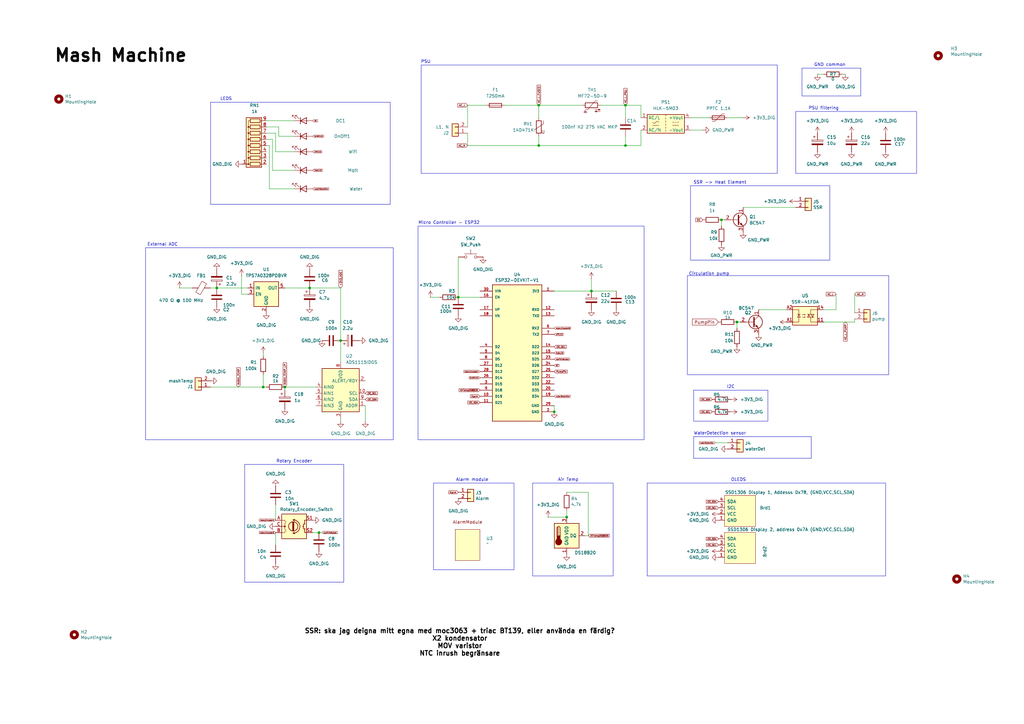
<source format=kicad_sch>
(kicad_sch (version 20250114) (generator "eeschema") (generator_version "9.0")
  (paper "A3")
  (title_block (title "MashMashine - Emil Andréasson") (date "2025-12-20"))
  (rectangle (start 100.33 190.5) (end 140.97 238.76))
  (rectangle (start 171.45 92.71) (end 264.16 180.34))
  (rectangle (start 328.93 27.94) (end 353.06 39.37))
  (rectangle (start 283.21 76.2) (end 340.36 106.68))
  (rectangle (start 218.44 198.12) (end 251.46 236.22))
  (rectangle (start 86.36 41.91) (end 160.02 83.82))
  (rectangle (start 284.48 160.02) (end 314.96 172.72))
  (rectangle (start 281.94 113.03) (end 364.49 153.67))
  (rectangle (start 59.69 101.6) (end 161.29 180.34))
  (rectangle (start 284.48 179.07) (end 332.74 187.96))
  (rectangle (start 177.8 198.12) (end 210.82 233.68))
  (rectangle (start 326.39 45.72) (end 375.92 71.12))
  (rectangle (start 172.72 26.67) (end 318.77 71.12))
  (rectangle (start 265.43 198.12) (end 363.22 236.22))
  (text "External ADC" (at 66.675 100.33 0) (effects (font (size 1.27 1.27))))
  (text "LEDS\n" (at 92.71 40.64 0) (effects (font (size 1.27 1.27))))
  (text "GND common" (at 340.36 26.67 0) (effects (font (size 1.27 1.27))))
  (text "Rotary Encoder" (at 120.65 189.23 0) (effects (font (size 1.27 1.27))))
  (text "OLEDS" (at 302.895 196.85 0) (effects (font (size 1.27 1.27))))
  (text "Micro Controller - ESP32" (at 184.15 91.44 0) (effects (font (size 1.27 1.27))))
  (text "Circulation pump\n" (at 290.83 112.395 0) (effects (font (size 1.27 1.27))))
  (text "SSR -> Heat Element" (at 295.275 74.93 0) (effects (font (size 1.27 1.27))))
  (text "Alarm module" (at 193.675 196.85 0) (effects (font (size 1.27 1.27))))
  (text "Air Temp" (at 233.045 196.85 0) (effects (font (size 1.27 1.27))))
  (text "Mash Machine" (at 49.53 22.86 0) (effects (font (size 5.08 5.08) (thickness 1.016) (bold yes))))
  (text "PSU filtering" (at 337.82 44.45 0) (effects (font (size 1.27 1.27))))
  (text "SSR: ska jag deigna mitt egna med moc3063 + triac BT139, eller använda en färdig?\nX2 kondensator\nMOV varistor\nNTC inrush begränsare\n" (at 188.595 263.525 0) (effects (font (size 1.905 1.905) (thickness 0.381) (bold yes))))
  (text "PSU" (at 174.625 25.4 0) (effects (font (size 1.27 1.27))))
  (text "WaterDetection sensor" (at 295.275 177.8 0) (effects (font (size 1.27 1.27))))
  (text "I2C" (at 299.72 158.75 0) (effects (font (size 1.27 1.27))))
  (junction (at 88.9 118.11))
  (junction (at 107.95 158.75))
  (junction (at 242.57 119.38))
  (junction (at 302.26 132.08))
  (junction (at 227.33 168.91))
  (junction (at 256.54 59.69))
  (junction (at 116.84 158.75))
  (junction (at 295.91 90.17))
  (junction (at 220.98 43.18))
  (junction (at 139.7 139.7))
  (junction (at 256.54 43.18))
  (junction (at 232.41 212.09))
  (junction (at 130.81 218.44))
  (junction (at 127 118.11))
  (junction (at 220.98 59.69))
  (junction (at 187.96 121.92))
  (wire (pts (xy 227.33 168.91) (xy 227.33 166.37)))
  (wire (pts (xy 107.95 144.78) (xy 107.95 146.05)))
  (wire (pts (xy 130.81 218.44) (xy 128.27 218.44)))
  (wire (pts (xy 242.57 119.38) (xy 227.33 119.38)))
  (wire (pts (xy 127 118.11) (xy 139.7 118.11)))
  (wire (pts (xy 350.52 132.08) (xy 350.52 130.81)))
  (wire (pts (xy 111.76 69.85) (xy 120.65 69.85)))
  (wire (pts (xy 220.98 43.18) (xy 238.76 43.18)))
  (wire (pts (xy 107.95 153.67) (xy 107.95 158.75)))
  (wire (pts (xy 241.3 219.71) (xy 240.03 219.71)))
  (wire (pts (xy 302.26 132.08) (xy 302.26 134.62)))
  (wire (pts (xy 232.41 209.55) (xy 232.41 212.09)))
  (wire (pts (xy 113.03 54.61) (xy 109.22 54.61)))
  (wire (pts (xy 342.9 120.65) (xy 342.9 127)))
  (wire (pts (xy 295.91 90.17) (xy 297.18 90.17)))
  (wire (pts (xy 88.9 118.11) (xy 86.36 118.11)))
  (wire (pts (xy 139.7 172.72) (xy 139.7 171.45)))
  (wire (pts (xy 311.15 127) (xy 322.58 127)))
  (wire (pts (xy 110.49 77.47) (xy 110.49 59.69)))
  (wire (pts (xy 176.53 121.92) (xy 180.34 121.92)))
  (wire (pts (xy 298.45 48.26) (xy 304.8 48.26)))
  (wire (pts (xy 86.36 158.75) (xy 107.95 158.75)))
  (wire (pts (xy 242.57 119.38) (xy 252.73 119.38)))
  (wire (pts (xy 304.8 85.09) (xy 326.39 85.09)))
  (wire (pts (xy 132.08 218.44) (xy 130.81 218.44)))
  (wire (pts (xy 114.3 52.07) (xy 114.3 55.88)))
  (wire (pts (xy 99.06 120.65) (xy 101.6 120.65)))
  (wire (pts (xy 99.06 113.03) (xy 99.06 120.65)))
  (wire (pts (xy 335.28 30.48) (xy 337.82 30.48)))
  (wire (pts (xy 232.41 201.93) (xy 241.3 201.93)))
  (wire (pts (xy 111.76 57.15) (xy 111.76 69.85)))
  (wire (pts (xy 73.66 118.11) (xy 78.74 118.11)))
  (wire (pts (xy 256.54 43.18) (xy 256.54 48.26)))
  (wire (pts (xy 116.84 158.75) (xy 116.84 160.02)))
  (wire (pts (xy 345.44 30.48) (xy 346.71 30.48)))
  (wire (pts (xy 293.37 181.61) (xy 298.45 181.61)))
  (wire (pts (xy 191.77 54.61) (xy 191.77 59.69)))
  (wire (pts (xy 187.96 121.92) (xy 196.85 121.92)))
  (wire (pts (xy 262.89 53.34) (xy 262.89 59.69)))
  (wire (pts (xy 220.98 48.26) (xy 220.98 43.18)))
  (wire (pts (xy 241.3 201.93) (xy 241.3 219.71)))
  (wire (pts (xy 246.38 43.18) (xy 256.54 43.18)))
  (wire (pts (xy 283.21 48.26) (xy 290.83 48.26)))
  (wire (pts (xy 113.03 62.23) (xy 113.03 54.61)))
  (wire (pts (xy 191.77 43.18) (xy 191.77 52.07)))
  (wire (pts (xy 109.22 57.15) (xy 111.76 57.15)))
  (wire (pts (xy 110.49 59.69) (xy 109.22 59.69)))
  (wire (pts (xy 350.52 120.65) (xy 350.52 128.27)))
  (wire (pts (xy 114.3 55.88) (xy 120.65 55.88)))
  (wire (pts (xy 199.39 43.18) (xy 191.77 43.18)))
  (wire (pts (xy 220.98 55.88) (xy 220.98 59.69)))
  (wire (pts (xy 256.54 55.88) (xy 256.54 59.69)))
  (wire (pts (xy 109.22 49.53) (xy 120.65 49.53)))
  (wire (pts (xy 342.9 127) (xy 337.82 127)))
  (wire (pts (xy 116.84 118.11) (xy 127 118.11)))
  (wire (pts (xy 149.86 166.37) (xy 149.86 172.72)))
  (wire (pts (xy 139.7 118.11) (xy 139.7 139.7)))
  (wire (pts (xy 113.03 218.44) (xy 113.03 223.52)))
  (wire (pts (xy 220.98 59.69) (xy 191.77 59.69)))
  (wire (pts (xy 187.96 105.41) (xy 187.96 121.92)))
  (wire (pts (xy 139.7 139.7) (xy 139.7 148.59)))
  (wire (pts (xy 113.03 207.01) (xy 113.03 213.36)))
  (wire (pts (xy 110.49 77.47) (xy 120.65 77.47)))
  (wire (pts (xy 262.89 43.18) (xy 256.54 43.18)))
  (wire (pts (xy 302.26 132.08) (xy 303.53 132.08)))
  (wire (pts (xy 116.84 158.75) (xy 129.54 158.75)))
  (wire (pts (xy 220.98 59.69) (xy 256.54 59.69)))
  (wire (pts (xy 224.79 212.09) (xy 232.41 212.09)))
  (wire (pts (xy 88.9 118.11) (xy 101.6 118.11)))
  (wire (pts (xy 242.57 114.3) (xy 242.57 119.38)))
  (wire (pts (xy 113.03 62.23) (xy 120.65 62.23)))
  (wire (pts (xy 295.91 90.17) (xy 295.91 92.71)))
  (wire (pts (xy 262.89 59.69) (xy 256.54 59.69)))
  (wire (pts (xy 337.82 132.08) (xy 350.52 132.08)))
  (wire (pts (xy 288.29 53.34) (xy 283.21 53.34)))
  (wire (pts (xy 207.01 43.18) (xy 220.98 43.18)))
  (wire (pts (xy 107.95 158.75) (xy 109.22 158.75)))
  (wire (pts (xy 262.89 43.18) (xy 262.89 48.26)))
  (wire (pts (xy 109.22 52.07) (xy 114.3 52.07)))
  (global_label "OnOffLED" (shape input) (at 128.27 55.88 0) (effects (font (size 0.508 0.508))) (property "Intersheetrefs" "${INTERSHEET_REFS}" (effects (hide yes))))
  (global_label "waterDetection" (shape input) (at 128.27 77.47 0) (effects (font (size 0.508 0.508))) (property "Intersheetrefs" "${INTERSHEET_REFS}" (effects (hide yes))))
  (global_label "confirmButton" (shape input) (at 132.08 218.44 0) (effects (font (size 0.508 0.508))) (property "Intersheetrefs" "${INTERSHEET_REFS}" (effects (hide yes))))
  (global_label "AC_L_PUMP" (shape input) (at 346.71 132.08 270) (effects (font (size 0.762 0.762))) (property "Intersheetrefs" "${INTERSHEET_REFS}" (effects (hide yes))))
  (global_label "DC" (shape input) (at 128.27 49.53 0) (effects (font (size 0.508 0.508))) (property "Intersheetrefs" "${INTERSHEET_REFS}" (effects (hide yes))))
  (global_label "DC" (shape input) (at 288.29 90.17 180) (effects (font (size 0.762 0.762))) (property "Intersheetrefs" "${INTERSHEET_REFS}" (effects (hide yes))))
  (global_label "WifiLED" (shape input) (at 227.33 137.16 0) (effects (font (size 0.508 0.508))) (property "Intersheetrefs" "${INTERSHEET_REFS}" (effects (hide yes))))
  (global_label "MASH_TEMP" (shape input) (at 97.79 158.75 90) (effects (font (size 0.762 0.762))) (property "Intersheetrefs" "${INTERSHEET_REFS}" (effects (hide yes))))
  (global_label "AC_N" (shape input) (at 350.52 120.65 0) (effects (font (size 0.762 0.762))) (property "Intersheetrefs" "${INTERSHEET_REFS}" (effects (hide yes))))
  (global_label "AC_L_PSU" (shape input) (at 256.54 43.18 90) (effects (font (size 0.762 0.762))) (property "Intersheetrefs" "${INTERSHEET_REFS}" (effects (hide yes))))
  (global_label "DC" (shape input) (at 227.33 149.86 0) (effects (font (size 0.508 0.508))) (property "Intersheetrefs" "${INTERSHEET_REFS}" (effects (hide yes))))
  (global_label "WifiLED" (shape input) (at 128.27 62.23 0) (effects (font (size 0.508 0.508))) (property "Intersheetrefs" "${INTERSHEET_REFS}" (effects (hide yes))))
  (global_label "I2C_SCL" (shape input) (at 227.33 142.24 0) (effects (font (size 0.635 0.635))) (property "Intersheetrefs" "${INTERSHEET_REFS}" (effects (hide yes))))
  (global_label "I2C_SDA" (shape input) (at 149.86 163.83 0) (effects (font (size 0.635 0.635))) (property "Intersheetrefs" "${INTERSHEET_REFS}" (effects (hide yes))))
  (global_label "MqttLED" (shape input) (at 227.33 144.78 0) (effects (font (size 0.508 0.508))) (property "Intersheetrefs" "${INTERSHEET_REFS}" (effects (hide yes))))
  (global_label "confirmButton" (shape input) (at 227.33 147.32 0) (effects (font (size 0.508 0.508))) (property "Intersheetrefs" "${INTERSHEET_REFS}" (effects (hide yes))))
  (global_label "I2C_SCL" (shape input) (at 292.1 168.91 180) (effects (font (size 0.635 0.635))) (property "Intersheetrefs" "${INTERSHEET_REFS}" (effects (hide yes))))
  (global_label "rotoryEncoderB" (shape input) (at 113.03 218.44 180) (effects (font (size 0.508 0.508))) (property "Intersheetrefs" "${INTERSHEET_REFS}" (effects (hide yes))))
  (global_label "PumpPin" (shape input) (at 294.64 132.08 180) (property "Intersheetrefs" "${INTERSHEET_REFS}" (effects (hide yes))))
  (global_label "Alarm" (shape input) (at 196.85 162.56 180) (effects (font (size 0.635 0.635))) (property "Intersheetrefs" "${INTERSHEET_REFS}" (effects (hide yes))))
  (global_label "AirTempDS8B20" (shape input) (at 196.85 160.02 180) (effects (font (size 0.635 0.635))) (property "Intersheetrefs" "${INTERSHEET_REFS}" (effects (hide yes))))
  (global_label "AC_N" (shape input) (at 191.77 59.69 180) (effects (font (size 0.762 0.762))) (property "Intersheetrefs" "${INTERSHEET_REFS}" (effects (hide yes))))
  (global_label "+3V3_ADC" (shape input) (at 139.7 118.11 90) (effects (font (size 0.762 0.762))) (property "Intersheetrefs" "${INTERSHEET_REFS}" (effects (hide yes))))
  (global_label "PumpPin" (shape input) (at 227.33 152.4 0) (effects (font (size 0.635 0.635))) (property "Intersheetrefs" "${INTERSHEET_REFS}" (effects (hide yes))))
  (global_label "rotoryEncoderA" (shape input) (at 113.03 213.36 180) (effects (font (size 0.508 0.508))) (property "Intersheetrefs" "${INTERSHEET_REFS}" (effects (hide yes))))
  (global_label "I2C_SCL" (shape input) (at 149.86 161.29 0) (effects (font (size 0.635 0.635))) (property "Intersheetrefs" "${INTERSHEET_REFS}" (effects (hide yes))))
  (global_label "I2C_SCL" (shape input) (at 294.64 223.52 180) (effects (font (size 0.635 0.635))) (property "Intersheetrefs" "${INTERSHEET_REFS}" (effects (hide yes))))
  (global_label "Alarm" (shape input) (at 187.96 201.93 180) (effects (font (size 0.635 0.635))) (property "Intersheetrefs" "${INTERSHEET_REFS}" (effects (hide yes))))
  (global_label "waterDetection" (shape input) (at 227.33 162.56 0) (effects (font (size 0.508 0.508))) (property "Intersheetrefs" "${INTERSHEET_REFS}" (effects (hide yes))))
  (global_label "AC_L" (shape input) (at 342.9 120.65 180) (effects (font (size 0.762 0.762))) (property "Intersheetrefs" "${INTERSHEET_REFS}" (effects (hide yes))))
  (global_label "MASH_TEMP_LP" (shape input) (at 116.84 158.75 90) (effects (font (size 0.762 0.762))) (property "Intersheetrefs" "${INTERSHEET_REFS}" (effects (hide yes))))
  (global_label "AC_L_FUSED" (shape input) (at 220.98 43.18 90) (effects (font (size 0.762 0.762))) (property "Intersheetrefs" "${INTERSHEET_REFS}" (effects (hide yes))))
  (global_label "I2C_SDA" (shape input) (at 292.1 163.83 180) (effects (font (size 0.635 0.635))) (property "Intersheetrefs" "${INTERSHEET_REFS}" (effects (hide yes))))
  (global_label "AirTempDS8B20" (shape input) (at 241.3 219.71 0) (effects (font (size 0.635 0.635))) (property "Intersheetrefs" "${INTERSHEET_REFS}" (effects (hide yes))))
  (global_label "rotoryEncoderA" (shape input) (at 196.85 152.4 180) (effects (font (size 0.508 0.508))) (property "Intersheetrefs" "${INTERSHEET_REFS}" (effects (hide yes))))
  (global_label "waterDetection" (shape input) (at 293.37 181.61 180) (effects (font (size 0.508 0.508))) (property "Intersheetrefs" "${INTERSHEET_REFS}" (effects (hide yes))))
  (global_label "I2C_SDA" (shape input) (at 196.85 165.1 180) (effects (font (size 0.635 0.635))) (property "Intersheetrefs" "${INTERSHEET_REFS}" (effects (hide yes))))
  (global_label "I2C_SCL" (shape input) (at 294.64 208.28 180) (effects (font (size 0.635 0.635))) (property "Intersheetrefs" "${INTERSHEET_REFS}" (effects (hide yes))))
  (global_label "OnOffLED" (shape input) (at 196.85 154.94 180) (effects (font (size 0.508 0.508))) (property "Intersheetrefs" "${INTERSHEET_REFS}" (effects (hide yes))))
  (global_label "I2C_SDA" (shape input) (at 294.64 220.98 180) (effects (font (size 0.635 0.635))) (property "Intersheetrefs" "${INTERSHEET_REFS}" (effects (hide yes))))
  (global_label "I2C_SDA" (shape input) (at 294.64 205.74 180) (effects (font (size 0.635 0.635))) (property "Intersheetrefs" "${INTERSHEET_REFS}" (effects (hide yes))))
  (global_label "AC_L" (shape input) (at 191.77 43.18 180) (effects (font (size 0.762 0.762))) (property "Intersheetrefs" "${INTERSHEET_REFS}" (effects (hide yes))))
  (global_label "rotoryEncoderB" (shape input) (at 227.33 134.62 0) (effects (font (size 0.508 0.508))) (property "Intersheetrefs" "${INTERSHEET_REFS}" (effects (hide yes))))
  (global_label "MqttLED" (shape input) (at 128.27 69.85 0) (effects (font (size 0.508 0.508))) (property "Intersheetrefs" "${INTERSHEET_REFS}" (effects (hide yes))))
  (symbol (lib_id "plant_watner_V2.0-rescue:DS18B20-Sensor_Temperature") (at 232.41 219.71 0) (unit 1)
    (property "Reference" "Air_temp1" (effects (hide yes)))
    (property "Value" "DS18B20" (at 244.475 226.695 0) (effects (justify right)))
    (property "Footprint" "Package_TO_SOT_THT:TO-92L_Inline" (effects (hide yes)))
    (property "Datasheet" "http://datasheets.maximintegrated.com/en/ds/DS18B20.pdf" (effects (hide yes)))
  )
  (symbol (lib_id "MashMachine-rescue:SSD1306-SSD1306-128x64_OLED") (at 303.53 224.79 90) (unit 1)
    (property "Reference" "Brd2" (at 313.69 228.6 0) (effects (justify left)))
    (property "Value" "SSD1306 Display 2, address 0x7A (GND,VCC,SCL,SDA)" (at 350.52 217.17 90) (effects (justify left)))
    (property "Footprint" "SSD1306:ssd1306_1.3''" (effects (hide yes)))
  )
  (symbol (lib_id "Connector_Generic:Conn_01x02") (at 331.47 82.55 0) (unit 1)
    (property "Reference" "J5" (at 333.502 82.7532 0) (effects (justify left)))
    (property "Value" "SSR" (at 333.502 85.0646 0) (effects (justify left)))
    (property "Footprint" "Connector_JST:JST_XH_B2B-XH-AM_1x02_P2.50mm_Vertical" (effects (hide yes)))
  )
  (symbol (lib_id "ESP32-DEVKIT-V1:ESP32-DEVKIT-V1") (at 212.09 144.78 0) (unit 1)
    (property "Reference" "U4" (at 212.09 112.5982 0))
    (property "Value" "ESP32-DEVKIT-V1" (at 212.09 114.9096 0))
    (property "Footprint" "ESP32_DEVKIT_V1:ESP32_DEVKIT_V1" (effects (hide yes)))
    (property "Description" "\\nDual core, Wi-Fi: 2.4 GHz up to 150 Mbits/s,BLE (Bluetooth Low Energy) and legacy Bluetooth, 32 bits, Up to 240 MHz\\n" (effects (hide yes)))
    (property "MF" "Do it" (effects (hide yes)))
    (property "MAXIMUM_PACKAGE_HEIGHT" "6.8 mm" (effects (hide yes)))
    (property "Package" "None" (effects (hide yes)))
    (property "Price" "None" (effects (hide yes)))
    (property "Check_prices" "https://www.snapeda.com/parts/ESP32-DEVKIT-V1/Do+it/view-part/?ref=eda" (effects (hide yes)))
    (property "STANDARD" "Manufacturer Recommendations" (effects (hide yes)))
    (property "PARTREV" "N/A" (effects (hide yes)))
    (property "SnapEDA_Link" "https://www.snapeda.com/parts/ESP32-DEVKIT-V1/Do+it/view-part/?ref=snap" (effects (hide yes)))
    (property "MP" "ESP32-DEVKIT-V1" (effects (hide yes)))
    (property "Availability" "Not in stock" (effects (hide yes)))
    (property "MANUFACTURER" "DOIT" (effects (hide yes)))
  )
  (symbol (lib_id "Device:LED") (at 124.46 49.53 0) (mirror x) (unit 1)
    (property "Reference" "DC1" (at 139.7 49.53 0))
    (property "Value" "DC" (effects (hide yes)))
    (property "Footprint" "LED_THT:LED_D3.0mm" (effects (hide yes)))
  )
  (symbol (lib_id "MashMachine-rescue:SSD1306-SSD1306-128x64_OLED") (at 303.53 209.55 90) (unit 1)
    (property "Reference" "Brd1" (at 316.23 208.28 90) (effects (justify left)))
    (property "Value" "SSD1306 Display 1, Addesss 0x78, (GND,VCC,SCL,SDA)" (at 350.52 201.93 90) (effects (justify left)))
    (property "Footprint" "SSD1306:ssd1306_1.3''" (effects (hide yes)))
  )
  (symbol (lib_id "MashMachine-rescue:Rotary_Encoder_Switch-Device") (at 120.65 215.9 0) (unit 1)
    (property "Reference" "SW1" (at 120.65 206.5782 0))
    (property "Value" "Rotary_Encoder_Switch" (at 125.73 208.915 0))
    (property "Footprint" "Rotary_Encoder:RotaryEncoder_Alps_EC11E-Switch_Vertical_H20mm" (effects (hide yes)))
  )
  (symbol (lib_id "Mechanical:MountingHole") (at 24.13 40.64 0) (unit 1)
    (property "Reference" "H1" (at 26.67 39.4716 0) (effects (justify left)))
    (property "Value" "MountingHole" (at 26.67 41.783 0) (effects (justify left)))
    (property "Footprint" "MountingHole:MountingHole_3.2mm_M3_DIN965_Pad" (effects (hide yes)))
  )
  (symbol (lib_id "Mechanical:MountingHole") (at 384.81 22.86 0) (unit 1)
    (property "Reference" "H3" (at 389.89 19.9136 0) (effects (justify left)))
    (property "Value" "MountingHole" (at 389.89 22.225 0) (effects (justify left)))
    (property "Footprint" "MountingHole:MountingHole_3.2mm_M3_DIN965_Pad" (effects (hide yes)))
  )
  (symbol (lib_id "Mechanical:MountingHole") (at 30.48 260.35 0) (unit 1)
    (property "Reference" "H2" (at 33.02 259.1816 0) (effects (justify left)))
    (property "Value" "MountingHole" (at 33.02 261.493 0) (effects (justify left)))
    (property "Footprint" "MountingHole:MountingHole_3.2mm_M3_DIN965_Pad" (effects (hide yes)))
  )
  (symbol (lib_id "Mechanical:MountingHole") (at 392.43 237.49 0) (unit 1)
    (property "Reference" "H4" (at 394.97 236.3216 0) (effects (justify left)))
    (property "Value" "MountingHole" (at 394.97 238.633 0) (effects (justify left)))
    (property "Footprint" "MountingHole:MountingHole_3.2mm_M3_DIN965_Pad" (effects (hide yes)))
  )
  (symbol (lib_id "power:GND") (at 335.28 30.48 0) (unit 1)
    (property "Reference" "#PWR048" (effects (hide yes)))
    (property "Value" "GND_PWR" (at 335.28 35.56 0))
    (property "Description" "Power symbol creates a global label with name \"GND\" , ground" (effects (hide yes)))
  )
  (symbol (lib_id "power:+3.3V") (at 335.28 54.61 0) (unit 1)
    (property "Reference" "#PWR041" (effects (hide yes)))
    (property "Value" "+3V3_DIG" (at 335.28 49.53 0))
    (property "Description" "Power symbol creates a global label with name \"+3.3V\"" (effects (hide yes)))
  )
  (symbol (lib_id "power:GND") (at 349.25 62.23 0) (unit 1)
    (property "Reference" "#PWR044" (effects (hide yes)))
    (property "Value" "GND_PWR" (at 349.25 67.31 0))
    (property "Description" "Power symbol creates a global label with name \"GND\" , ground" (effects (hide yes)))
  )
  (symbol (lib_id "Device:C") (at 113.03 227.33 0) (unit 1)
    (property "Reference" "C4" (at 109.22 228.6001 0) (effects (justify right)))
    (property "Value" "10n" (at 109.22 226.0601 0) (effects (justify right)))
    (property "Footprint" "Capacitor_THT:C_Disc_D3.0mm_W1.6mm_P2.50mm" (effects (hide yes)))
    (property "Description" "Unpolarized capacitor" (effects (hide yes)))
  )
  (symbol (lib_id "power:+3.3V") (at 299.72 168.91 270) (unit 1)
    (property "Reference" "#PWR038" (effects (hide yes)))
    (property "Value" "+3V3_DIG" (at 303.53 168.9099 90) (effects (justify left)))
    (property "Description" "Power symbol creates a global label with name \"+3.3V\"" (effects (hide yes)))
  )
  (symbol (lib_id "power:GND") (at 149.86 172.72 0) (unit 1)
    (property "Reference" "#PWR036" (effects (hide yes)))
    (property "Value" "GND_DIG" (at 149.86 177.8 0))
    (property "Description" "Power symbol creates a global label with name \"GND\" , ground" (effects (hide yes)))
  )
  (symbol (lib_id "Device:R_Network08") (at 104.14 57.15 90) (unit 1)
    (property "Reference" "RN1" (at 104.394 43.18 90))
    (property "Value" "1k" (at 104.394 45.72 90))
    (property "Footprint" "Resistor_THT:R_Array_SIP9" (effects (hide yes)))
    (property "Datasheet" "http://www.vishay.com/docs/31509/csc.pdf" (effects (hide yes)))
    (property "Description" "8 resistor network, star topology, bussed resistors, small symbol" (effects (hide yes)))
  )
  (symbol (lib_id "power:GND") (at 109.22 128.27 0) (unit 1)
    (property "Reference" "#PWR08" (effects (hide yes)))
    (property "Value" "GND_DIG" (at 109.22 133.35 0))
    (property "Description" "Power symbol creates a global label with name \"GND\" , ground" (effects (hide yes)))
  )
  (symbol (lib_id "Connector_Generic:Conn_01x02") (at 186.69 54.61 180) (unit 1)
    (property "Reference" "J2" (at 184.15 54.6101 0) (effects (justify left)))
    (property "Value" "L1, N" (at 184.15 52.0701 0) (effects (justify left)))
    (property "Footprint" "TerminalBlock_RND:TerminalBlock_RND_205-00287_1x02_P5.08mm_Horizontal" (effects (hide yes)))
    (property "Description" "Generic connector, single row, 01x02, script generated (kicad-library-utils/schlib/autogen/connector/)" (effects (hide yes)))
  )
  (symbol (lib_id "Device:C_Polarized") (at 116.84 163.83 0) (unit 1)
    (property "Reference" "C18" (at 120.65 161.6709 0) (effects (justify left)))
    (property "Value" "1u" (at 120.65 164.2109 0) (effects (justify left)))
    (property "Footprint" "Capacitor_THT:CP_Radial_D4.0mm_P2.00mm" (effects (hide yes)))
    (property "Description" "Polarized capacitor" (effects (hide yes)))
  )
  (symbol (lib_id "Connector_Generic:Conn_01x02") (at 303.53 181.61 0) (unit 1)
    (property "Reference" "J4" (at 305.562 181.8132 0) (effects (justify left)))
    (property "Value" "waterDet" (at 305.562 184.1246 0) (effects (justify left)))
    (property "Footprint" "Connector_JST:JST_XH_B2B-XH-AM_1x02_P2.50mm_Vertical" (effects (hide yes)))
  )
  (symbol (lib_id "Device:LED") (at 124.46 55.88 0) (mirror x) (unit 1)
    (property "Reference" "OnOff1" (at 140.335 55.88 0))
    (property "Value" "On" (effects (hide yes)))
    (property "Footprint" "LED_THT:LED_D3.0mm" (effects (hide yes)))
  )
  (symbol (lib_id "power:GND") (at 127 125.73 0) (unit 1)
    (property "Reference" "#PWR014" (effects (hide yes)))
    (property "Value" "GND_DIG" (at 127 130.81 0))
    (property "Description" "Power symbol creates a global label with name \"GND\" , ground" (effects (hide yes)))
  )
  (symbol (lib_id "Device:C") (at 88.9 121.92 0) (unit 1)
    (property "Reference" "C2" (at 91.44 127 0) (effects (justify left)))
    (property "Value" "100n" (at 91.44 125.095 0) (effects (justify left)))
    (property "Footprint" "Capacitor_THT:C_Disc_D3.0mm_W1.6mm_P2.50mm" (effects (hide yes)))
    (property "Description" "Unpolarized capacitor" (effects (hide yes)))
  )
  (symbol (lib_id "Device:Fuse") (at 203.2 43.18 270) (mirror x) (unit 1)
    (property "Reference" "F1" (at 203.2 36.83 90))
    (property "Value" "T250mA" (at 203.2 39.37 90))
    (property "Footprint" "Fuse_Holders_and_Fuses:Fuseholder5x20_horiz_SemiClosed_Casing10x25mm" (effects (hide yes)))
    (property "Description" "Fuse" (effects (hide yes)))
  )
  (symbol (lib_id "power:GND") (at 335.28 62.23 0) (unit 1)
    (property "Reference" "#PWR042" (effects (hide yes)))
    (property "Value" "GND_PWR" (at 335.28 67.31 0))
    (property "Description" "Power symbol creates a global label with name \"GND\" , ground" (effects (hide yes)))
  )
  (symbol (lib_id "power:+3.3V") (at 304.8 48.26 270) (unit 1)
    (property "Reference" "#PWR040" (effects (hide yes)))
    (property "Value" "+3V3_DIG" (at 308.61 48.2599 90) (effects (justify left)))
    (property "Description" "Power symbol creates a global label with name \"+3.3V\"" (effects (hide yes)))
  )
  (symbol (lib_id "Device:LED") (at 124.46 62.23 0) (mirror x) (unit 1)
    (property "Reference" "LED1" (effects (hide yes)))
    (property "Value" "Wifi" (at 144.78 62.23 0))
    (property "Footprint" "LED_THT:LED_D3.0mm" (effects (hide yes)))
  )
  (symbol (lib_id "power:GND") (at 295.91 100.33 0) (unit 1)
    (property "Reference" "#PWR052" (effects (hide yes)))
    (property "Value" "GND_PWR" (at 295.91 104.775 0))
    (property "Description" "Power symbol creates a global label with name \"GND\" , ground" (effects (hide yes)))
  )
  (symbol (lib_id "Device:R") (at 232.41 205.74 0) (unit 1)
    (property "Reference" "R4" (at 234.188 204.5716 0) (effects (justify left)))
    (property "Value" "4.7k" (at 234.188 206.883 0) (effects (justify left)))
    (property "Footprint" "Resistor_THT:R_Axial_DIN0204_L3.6mm_D1.6mm_P2.54mm_Vertical" (effects (hide yes)))
  )
  (symbol (lib_id "power:GND") (at 132.08 139.7 0) (unit 1)
    (property "Reference" "#PWR017" (effects (hide yes)))
    (property "Value" "GND_DIG" (at 127.635 139.7 0))
    (property "Description" "Power symbol creates a global label with name \"GND\" , ground" (effects (hide yes)))
  )
  (symbol (lib_id "power:GND") (at 304.8 95.25 0) (unit 1)
    (property "Reference" "#PWR051" (effects (hide yes)))
    (property "Value" "GND_PWR" (at 311.15 98.425 0))
    (property "Description" "Power symbol creates a global label with name \"GND\" , ground" (effects (hide yes)))
  )
  (symbol (lib_id "power:GND") (at 128.27 213.36 90) (unit 1)
    (property "Reference" "#PWR015" (effects (hide yes)))
    (property "Value" "GND_DIG" (at 132.08 213.3599 90) (effects (justify right)))
    (property "Description" "Power symbol creates a global label with name \"GND\" , ground" (effects (hide yes)))
  )
  (symbol (lib_id "power:GND") (at 86.36 156.21 90) (unit 1)
    (property "Reference" "#PWR047" (effects (hide yes)))
    (property "Value" "GND_DIG" (at 84.455 152.4 90) (effects (justify right)))
    (property "Description" "Power symbol creates a global label with name \"GND\" , ground" (effects (hide yes)))
  )
  (symbol (lib_id "Device:C_Polarized") (at 127 121.92 0) (unit 1)
    (property "Reference" "C7" (at 130.81 119.7609 0) (effects (justify left)))
    (property "Value" "4.7u" (at 130.81 122.3009 0) (effects (justify left)))
    (property "Footprint" "Capacitor_THT:CP_Radial_D4.0mm_P2.00mm" (effects (hide yes)))
    (property "Description" "Polarized capacitor" (effects (hide yes)))
  )
  (symbol (lib_id "power:GND") (at 139.7 172.72 0) (unit 1)
    (property "Reference" "#PWR018" (effects (hide yes)))
    (property "Value" "GND_DIG" (at 139.7 177.8 0))
    (property "Description" "Power symbol creates a global label with name \"GND\" , ground" (effects (hide yes)))
  )
  (symbol (lib_id "power:GND") (at 187.96 204.47 0) (unit 1)
    (property "Reference" "#PWR022" (effects (hide yes)))
    (property "Value" "GND_DIG" (at 187.96 209.55 0))
    (property "Description" "Power symbol creates a global label with name \"GND\" , ground" (effects (hide yes)))
  )
  (symbol (lib_id "Device:C") (at 135.89 139.7 270) (unit 1)
    (property "Reference" "C9" (at 135.89 132.08 90))
    (property "Value" "100n" (at 135.89 134.62 90))
    (property "Footprint" "Capacitor_THT:C_Disc_D3.0mm_W1.6mm_P2.50mm" (effects (hide yes)))
    (property "Description" "Unpolarized capacitor" (effects (hide yes)))
  )
  (symbol (lib_id "Device:C") (at 130.81 222.25 0) (unit 1)
    (property "Reference" "C8" (at 134.62 220.9799 0) (effects (justify left)))
    (property "Value" "100n" (at 134.62 223.5199 0) (effects (justify left)))
    (property "Footprint" "Capacitor_THT:C_Disc_D3.0mm_W1.6mm_P2.50mm" (effects (hide yes)))
    (property "Description" "Unpolarized capacitor" (effects (hide yes)))
  )
  (symbol (lib_id "power:GND") (at 298.45 184.15 270) (unit 1)
    (property "Reference" "#PWRGND_DIG0101" (effects (hide yes)))
    (property "Value" "GND_DIG" (at 294.64 184.1499 90) (effects (justify right)))
    (property "Description" "Power symbol creates a global label with name \"GND\" , ground" (effects (hide yes)))
  )
  (symbol (lib_id "power:+3.3V") (at 73.66 118.11 0) (unit 1)
    (property "Reference" "#PWR01" (effects (hide yes)))
    (property "Value" "+3V3_DIG" (at 73.66 113.03 0))
    (property "Description" "Power symbol creates a global label with name \"+3.3V\"" (effects (hide yes)))
  )
  (symbol (lib_id "power:GND") (at 252.73 127 0) (unit 1)
    (property "Reference" "#PWR029" (effects (hide yes)))
    (property "Value" "GND_DIG" (at 252.73 132.08 0))
    (property "Description" "Power symbol creates a global label with name \"GND\" , ground" (effects (hide yes)))
  )
  (symbol (lib_id "power:+3.3V") (at 349.25 54.61 0) (unit 1)
    (property "Reference" "#PWR043" (effects (hide yes)))
    (property "Value" "+3V3_DIG" (at 349.25 49.53 0))
    (property "Description" "Power symbol creates a global label with name \"+3.3V\"" (effects (hide yes)))
  )
  (symbol (lib_id "power:+3.3V") (at 107.95 144.78 0) (unit 1)
    (property "Reference" "#PWR07" (effects (hide yes)))
    (property "Value" "+3V3_DIG" (at 107.95 139.7 0))
    (property "Description" "Power symbol creates a global label with name \"+3.3V\"" (effects (hide yes)))
  )
  (symbol (lib_id "Device:C_Polarized") (at 335.28 58.42 0) (unit 1)
    (property "Reference" "C15" (at 339.09 56.2609 0) (effects (justify left)))
    (property "Value" "10u" (at 339.09 58.8009 0) (effects (justify left)))
    (property "Footprint" "Capacitor_THT:CP_Radial_D4.0mm_P2.00mm" (effects (hide yes)))
    (property "Description" "Polarized capacitor" (effects (hide yes)))
  )
  (symbol (lib_id "Device:LED") (at 124.46 77.47 0) (mirror x) (unit 1)
    (property "Reference" "LED3" (effects (hide yes)))
    (property "Value" "Water" (at 146.05 77.47 0))
    (property "Footprint" "LED_THT:LED_D3.0mm" (effects (hide yes)))
  )
  (symbol (lib_id "power:+3.3V") (at 294.64 226.06 90) (unit 1)
    (property "Reference" "#PWR032" (effects (hide yes)))
    (property "Value" "+3V3_DIG" (at 290.83 226.0599 90) (effects (justify left)))
    (property "Description" "Power symbol creates a global label with name \"+3.3V\"" (effects (hide yes)))
  )
  (symbol (lib_id "power:GND") (at 294.64 228.6 270) (unit 1)
    (property "Reference" "#PWR033" (effects (hide yes)))
    (property "Value" "GND_DIG" (at 290.83 228.5999 90) (effects (justify right)))
    (property "Description" "Power symbol creates a global label with name \"GND\" , ground" (effects (hide yes)))
  )
  (symbol (lib_id "Device:C") (at 127 114.3 180) (unit 1)
    (property "Reference" "C6" (at 134.62 114.935 0) (effects (justify left)))
    (property "Value" "100n" (at 135.255 113.03 0) (effects (justify left)))
    (property "Footprint" "Capacitor_THT:C_Disc_D3.0mm_W1.6mm_P2.50mm" (effects (hide yes)))
    (property "Description" "Unpolarized capacitor" (effects (hide yes)))
  )
  (symbol (lib_id "power:GND") (at 363.22 62.23 0) (unit 1)
    (property "Reference" "#PWR046" (effects (hide yes)))
    (property "Value" "GND_PWR" (at 363.22 67.31 0))
    (property "Description" "Power symbol creates a global label with name \"GND\" , ground" (effects (hide yes)))
  )
  (symbol (lib_id "power:GND") (at 302.26 142.24 0) (unit 1)
    (property "Reference" "#PWR054" (effects (hide yes)))
    (property "Value" "GND_PWR" (at 295.91 144.145 0))
    (property "Description" "Power symbol creates a global label with name \"GND\" , ground" (effects (hide yes)))
  )
  (symbol (lib_id "power:+3.3V") (at 294.64 210.82 90) (unit 1)
    (property "Reference" "#PWR030" (effects (hide yes)))
    (property "Value" "+3V3_DIG" (at 290.83 210.8199 90) (effects (justify left)))
    (property "Description" "Power symbol creates a global label with name \"+3.3V\"" (effects (hide yes)))
  )
  (symbol (lib_id "power:GND") (at 113.03 215.9 270) (unit 1)
    (property "Reference" "#PWR010" (effects (hide yes)))
    (property "Value" "GND_DIG" (at 109.22 215.8999 90) (effects (justify right)))
    (property "Description" "Power symbol creates a global label with name \"GND\" , ground" (effects (hide yes)))
  )
  (symbol (lib_id "Device:LED") (at 124.46 69.85 0) (mirror x) (unit 1)
    (property "Reference" "LED2" (effects (hide yes)))
    (property "Value" "Mqtt" (at 144.78 69.85 0))
    (property "Footprint" "LED_THT:LED_D3.0mm" (effects (hide yes)))
  )
  (symbol (lib_id "power:GND") (at 99.06 67.31 270) (unit 1)
    (property "Reference" "#PWR05" (effects (hide yes)))
    (property "Value" "GND_DIG" (at 95.25 67.3099 90) (effects (justify right)))
    (property "Description" "Power symbol creates a global label with name \"GND\" , ground" (effects (hide yes)))
  )
  (symbol (lib_id "Device:R") (at 302.26 138.43 0) (unit 1)
    (property "Reference" "R11" (at 297.18 137.16 0) (effects (justify left)))
    (property "Value" "10k" (at 297.18 139.7 0) (effects (justify left)))
    (property "Footprint" "Resistor_THT:R_Axial_DIN0204_L3.6mm_D1.6mm_P2.54mm_Vertical" (effects (hide yes)))
  )
  (symbol (lib_id "power:GND") (at 187.96 129.54 0) (unit 1)
    (property "Reference" "#PWR021" (effects (hide yes)))
    (property "Value" "GND_DIG" (at 187.96 134.62 0))
    (property "Description" "Power symbol creates a global label with name \"GND\" , ground" (effects (hide yes)))
  )
  (symbol (lib_id "Device:C_Polarized") (at 242.57 123.19 0) (unit 1)
    (property "Reference" "C12" (at 246.38 121.0309 0) (effects (justify left)))
    (property "Value" "22u" (at 246.38 123.5709 0) (effects (justify left)))
    (property "Footprint" "Capacitor_THT:CP_Radial_D4.0mm_P2.00mm" (effects (hide yes)))
    (property "Description" "Polarized capacitor" (effects (hide yes)))
  )
  (symbol (lib_id "power:+3.3V") (at 99.06 113.03 0) (unit 1)
    (property "Reference" "#PWR06" (effects (hide yes)))
    (property "Value" "+3V3_DIG" (at 99.06 107.95 0))
    (property "Description" "Power symbol creates a global label with name \"+3.3V\"" (effects (hide yes)))
  )
  (symbol (lib_id "Device:R") (at 295.91 168.91 90) (unit 1)
    (property "Reference" "R6" (at 295.275 167.005 90) (effects (justify left)))
    (property "Value" "4.7k" (at 298.45 168.91 90) (effects (justify left)))
    (property "Footprint" "Resistor_THT:R_Axial_DIN0204_L3.6mm_D1.6mm_P2.54mm_Vertical" (effects (hide yes)))
  )
  (symbol (lib_id "Converter_ACDC:HLK-5M05") (at 273.05 50.8 0) (unit 1)
    (property "Reference" "PS1" (at 273.05 41.91 0))
    (property "Value" "HLK-5M03" (at 273.05 44.45 0))
    (property "Footprint" "Converter_ACDC:Converter_ACDC_Hi-Link_HLK-5Mxx" (effects (hide yes)))
    (property "Datasheet" "http://h.hlktech.com/download/ACDC%E7%94%B5%E6%BA%90%E6%A8%A1%E5%9D%975W%E7%B3%BB%E5%88%97/1/%E6%B5%B7%E5%87%8C%E7%A7%915W%E7%B3%BB%E5%88%97%E7%94%B5%E6%BA%90%E6%A8%A1%E5%9D%97%E8%A7%84%E6%A0%BC%E4%B9%A6V2.8.pdf" (effects (hide yes)))
    (property "Description" "Compact AC/DC board mount power module 5W, 5V 1A" (effects (hide yes)))
  )
  (symbol (lib_id "AllprojectsSymbols:alarmModule") (at 191.77 217.17 0) (unit 1)
    (property "Reference" "U3" (at 199.39 220.8501 0) (effects (justify left)))
    (property "Value" "~" (at 199.39 222.7552 0) (effects (justify left)))
    (property "Footprint" "AllprojectsFootprint:AlarmModule" (effects (hide yes)))
  )
  (symbol (lib_id "Device:R") (at 298.45 132.08 270) (unit 1)
    (property "Reference" "R10" (at 298.45 128.27 90))
    (property "Value" "1k" (at 298.45 130.175 90))
    (property "Footprint" "Resistor_THT:R_Axial_DIN0204_L3.6mm_D1.6mm_P2.54mm_Vertical" (effects (hide yes)))
  )
  (symbol (lib_id "power:GND") (at 130.81 226.06 0) (unit 1)
    (property "Reference" "#PWR016" (effects (hide yes)))
    (property "Value" "GND_DIG" (at 130.81 231.14 0))
    (property "Description" "Power symbol creates a global label with name \"GND\" , ground" (effects (hide yes)))
  )
  (symbol (lib_id "power:GND") (at 294.64 213.36 270) (unit 1)
    (property "Reference" "#PWR031" (effects (hide yes)))
    (property "Value" "GND_DIG" (at 290.83 213.3599 90) (effects (justify right)))
    (property "Description" "Power symbol creates a global label with name \"GND\" , ground" (effects (hide yes)))
  )
  (symbol (lib_id "power:+3.3V") (at 176.53 121.92 0) (unit 1)
    (property "Reference" "#PWR020" (effects (hide yes)))
    (property "Value" "+3V3_DIG" (at 176.53 116.84 0))
    (property "Description" "Power symbol creates a global label with name \"+3.3V\"" (effects (hide yes)))
  )
  (symbol (lib_id "Device:C") (at 252.73 123.19 180) (unit 1)
    (property "Reference" "C13" (at 260.35 123.825 0) (effects (justify left)))
    (property "Value" "100n" (at 260.985 121.92 0) (effects (justify left)))
    (property "Footprint" "Capacitor_THT:C_Disc_D3.0mm_W1.6mm_P2.50mm" (effects (hide yes)))
    (property "Description" "Unpolarized capacitor" (effects (hide yes)))
  )
  (symbol (lib_id "Device:C_Polarized") (at 349.25 58.42 0) (unit 1)
    (property "Reference" "C16" (at 353.06 56.2609 0) (effects (justify left)))
    (property "Value" "22u" (at 353.06 58.8009 0) (effects (justify left)))
    (property "Footprint" "Capacitor_THT:CP_Radial_D4.0mm_P2.00mm" (effects (hide yes)))
    (property "Description" "Polarized capacitor" (effects (hide yes)))
  )
  (symbol (lib_id "power:GND") (at 88.9 125.73 0) (unit 1)
    (property "Reference" "#PWR04" (effects (hide yes)))
    (property "Value" "GND_DIG" (at 88.9 130.81 0))
    (property "Description" "Power symbol creates a global label with name \"GND\" , ground" (effects (hide yes)))
  )
  (symbol (lib_id "power:GND") (at 88.9 110.49 180) (unit 1)
    (property "Reference" "#PWR03" (effects (hide yes)))
    (property "Value" "GND_DIG" (at 88.9 105.41 0))
    (property "Description" "Power symbol creates a global label with name \"GND\" , ground" (effects (hide yes)))
  )
  (symbol (lib_id "power:GND") (at 311.15 137.16 0) (unit 1)
    (property "Reference" "#PWR055" (effects (hide yes)))
    (property "Value" "GND_PWR" (at 312.42 141.605 0))
    (property "Description" "Power symbol creates a global label with name \"GND\" , ground" (effects (hide yes)))
  )
  (symbol (lib_id "Device:C") (at 113.03 203.2 180) (unit 1)
    (property "Reference" "C3" (at 116.84 201.9299 0) (effects (justify right)))
    (property "Value" "10n" (at 116.84 204.4699 0) (effects (justify right)))
    (property "Footprint" "Capacitor_THT:C_Disc_D3.0mm_W1.6mm_P2.50mm" (effects (hide yes)))
    (property "Description" "Unpolarized capacitor" (effects (hide yes)))
  )
  (symbol (lib_id "power:GND") (at 113.03 199.39 180) (unit 1)
    (property "Reference" "#PWR09" (effects (hide yes)))
    (property "Value" "GND_DIG" (at 113.03 194.31 0))
    (property "Description" "Power symbol creates a global label with name \"GND\" , ground" (effects (hide yes)))
  )
  (symbol (lib_id "Connector_Generic:Conn_01x02") (at 355.6 128.27 0) (unit 1)
    (property "Reference" "J6" (at 357.632 128.4732 0) (effects (justify left)))
    (property "Value" "pump" (at 357.632 130.7846 0) (effects (justify left)))
    (property "Footprint" "TerminalBlock_RND:TerminalBlock_RND_205-00287_1x02_P5.08mm_Horizontal" (effects (hide yes)))
  )
  (symbol (lib_id "Device:C") (at 187.96 125.73 180) (unit 1)
    (property "Reference" "C11" (at 180.975 125.73 0) (effects (justify right)))
    (property "Value" "100n" (at 180.34 127.635 0) (effects (justify right)))
    (property "Footprint" "Capacitor_THT:C_Disc_D3.0mm_W1.6mm_P2.50mm" (effects (hide yes)))
    (property "Description" "Unpolarized capacitor" (effects (hide yes)))
  )
  (symbol (lib_id "power:+3.3V") (at 242.57 114.3 0) (unit 1)
    (property "Reference" "#PWR027" (effects (hide yes)))
    (property "Value" "+3V3_DIG" (at 242.57 109.22 0))
    (property "Description" "Power symbol creates a global label with name \"+3.3V\"" (effects (hide yes)))
  )
  (symbol (lib_id "Device:C_Polarized") (at 88.9 114.3 180) (unit 1)
    (property "Reference" "C1" (at 92.71 113.9189 0) (effects (justify right)))
    (property "Value" "2.2u" (at 92.71 116.4589 0) (effects (justify right)))
    (property "Footprint" "Capacitor_THT:CP_Radial_D4.0mm_P2.00mm" (effects (hide yes)))
    (property "Description" "Polarized capacitor" (effects (hide yes)))
  )
  (symbol (lib_id "Device:R") (at 107.95 149.86 180) (unit 1)
    (property "Reference" "R1" (at 105.41 148.5899 0) (effects (justify left)))
    (property "Value" "100k" (at 105.41 151.1299 0) (effects (justify left)))
    (property "Footprint" "Resistor_THT:R_Axial_DIN0207_L6.3mm_D2.5mm_P7.62mm_Horizontal" (effects (hide yes)))
  )
  (symbol (lib_id "Analog_ADC:ADS1115IDGS") (at 139.7 161.29 0) (unit 1)
    (property "Reference" "U2" (at 141.8433 146.05 0) (effects (justify left)))
    (property "Value" "ADS1115IDGS" (at 141.8433 148.59 0) (effects (justify left)))
    (property "Footprint" "Connector_PinSocket_2.54mm:PinSocket_1x10_P2.54mm_Vertical" (effects (hide yes)))
    (property "Datasheet" "http://www.ti.com/lit/ds/symlink/ads1113.pdf" (effects (hide yes)))
    (property "Description" "Ultra-Small, Low-Power, I2C-Compatible, 860-SPS, 16-Bit ADCs With Internal Reference, Oscillator, and Programmable Comparator, VSSOP-10" (effects (hide yes)))
  )
  (symbol (lib_id "power:+3.3V") (at 326.39 82.55 90) (unit 1)
    (property "Reference" "#PWR053" (effects (hide yes)))
    (property "Value" "+3V3_DIG" (at 322.58 82.5499 90) (effects (justify left)))
    (property "Description" "Power symbol creates a global label with name \"+3.3V\"" (effects (hide yes)))
  )
  (symbol (lib_id "Device:Thermistor_NTC") (at 242.57 43.18 90) (unit 1)
    (property "Reference" "TH1" (at 242.8875 36.83 90))
    (property "Value" "MF72-5D-9" (at 242.8875 39.37 90))
    (property "Footprint" "Varistor:RV_Disc_D9mm_W5.2mm_P5mm" (effects (hide yes)))
    (property "Description" "Temperature dependent resistor, negative temperature coefficient" (effects (hide yes)))
  )
  (symbol (lib_id "power:GND") (at 227.33 168.91 0) (unit 1)
    (property "Reference" "#PWR025" (effects (hide yes)))
    (property "Value" "GND_DIG" (at 227.33 173.99 0))
    (property "Description" "Power symbol creates a global label with name \"GND\" , ground" (effects (hide yes)))
  )
  (symbol (lib_id "Transistor_BJT:BC547") (at 308.61 132.08 0) (unit 1)
    (property "Reference" "Q2" (at 305.435 128.27 0) (effects (justify left)))
    (property "Value" "BC547" (at 302.895 126.365 0) (effects (justify left)))
    (property "Footprint" "Package_TO_SOT_THT:TO-92_Inline" (effects (hide yes)))
    (property "Datasheet" "https://www.onsemi.com/pub/Collateral/BC550-D.pdf" (effects (hide yes)))
    (property "Description" "0.1A Ic, 45V Vce, Small Signal NPN Transistor, TO-92" (effects (hide yes)))
  )
  (symbol (lib_id "power:+3.3V") (at 363.22 54.61 0) (unit 1)
    (property "Reference" "#PWR045" (effects (hide yes)))
    (property "Value" "+3V3_DIG" (at 363.22 49.53 0))
    (property "Description" "Power symbol creates a global label with name \"+3.3V\"" (effects (hide yes)))
  )
  (symbol (lib_id "Device:C") (at 256.54 52.07 0) (mirror y) (unit 1)
    (property "Reference" "C14" (at 260.985 49.53 0) (effects (justify left)))
    (property "Value" "100nf X2 275 VAC MKP" (at 253.365 52.07 0) (effects (justify left)))
    (property "Footprint" "Capacitor_THT:C_Rect_L16.5mm_W6.0mm_P15.00mm_MKT" (effects (hide yes)))
    (property "Description" "Unpolarized capacitor" (effects (hide yes)))
  )
  (symbol (lib_id "power:+3.3V") (at 322.58 132.08 90) (unit 1)
    (property "Reference" "#PWR056" (effects (hide yes)))
    (property "Value" "+3V3_DIG" (at 324.485 134.62 90) (effects (justify left)))
    (property "Description" "Power symbol creates a global label with name \"+3.3V\"" (effects (hide yes)))
  )
  (symbol (lib_id "Device:R") (at 184.15 121.92 90) (unit 1)
    (property "Reference" "R3" (at 186.69 119.38 90) (effects (justify left)))
    (property "Value" "10k" (at 186.69 121.92 90) (effects (justify left)))
    (property "Footprint" "Resistor_THT:R_Axial_DIN0207_L6.3mm_D2.5mm_P7.62mm_Horizontal" (effects (hide yes)))
  )
  (symbol (lib_id "Regulator_Linear:TPS7A0508PDBV") (at 109.22 120.65 0) (unit 1)
    (property "Reference" "U1" (at 109.22 110.49 0))
    (property "Value" "TPS7A0328PDBVR" (at 109.22 113.03 0))
    (property "Footprint" "Package_TO_SOT_SMD:SOT-23-5" (effects (hide yes)))
    (property "Datasheet" "https://www.ti.com/lit/ds/symlink/tps7a05.pdf" (effects (hide yes)))
    (property "Description" "200-mA Ultra-Low-Iq LDO, 0.8V, SOT-23-5" (effects (hide yes)))
  )
  (symbol (lib_id "Device:C_Polarized") (at 143.51 139.7 90) (unit 1)
    (property "Reference" "C10" (at 142.621 132.08 90))
    (property "Value" "2.2u" (at 142.621 134.62 90))
    (property "Footprint" "Capacitor_THT:CP_Radial_D4.0mm_P2.00mm" (effects (hide yes)))
    (property "Description" "Polarized capacitor" (effects (hide yes)))
  )
  (symbol (lib_id "power:GND") (at 198.12 105.41 0) (unit 1)
    (property "Reference" "#PWR023" (effects (hide yes)))
    (property "Value" "GND_DIG" (at 198.12 110.49 0))
    (property "Description" "Power symbol creates a global label with name \"GND\" , ground" (effects (hide yes)))
  )
  (symbol (lib_id "power:GND") (at 346.71 30.48 0) (unit 1)
    (property "Reference" "#PWRGND_DIG0102" (effects (hide yes)))
    (property "Value" "GND_DIG" (at 346.71 35.56 0))
    (property "Description" "Power symbol creates a global label with name \"GND\" , ground" (effects (hide yes)))
  )
  (symbol (lib_id "Device:Polyfuse") (at 294.64 48.26 90) (unit 1)
    (property "Reference" "F2" (at 294.64 41.91 90))
    (property "Value" "PPTC 1.1A" (at 294.64 44.45 90))
    (property "Footprint" "Fuse:Fuse_BelFuse_0ZRE0016FF_L9.9mm_W3.8mm" (effects (hide yes)))
    (property "Description" "Resettable fuse, polymeric positive temperature coefficient" (effects (hide yes)))
  )
  (symbol (lib_id "power:GND") (at 127 110.49 180) (unit 1)
    (property "Reference" "#PWR013" (effects (hide yes)))
    (property "Value" "GND_DIG" (at 127 105.41 0))
    (property "Description" "Power symbol creates a global label with name \"GND\" , ground" (effects (hide yes)))
  )
  (symbol (lib_id "Device:R") (at 341.63 30.48 90) (unit 1)
    (property "Reference" "R7" (at 341.63 30.48 90))
    (property "Value" "0" (at 341.63 32.385 90))
    (property "Footprint" "Resistor_THT:R_Axial_DIN0204_L3.6mm_D1.6mm_P1.90mm_Vertical" (effects (hide yes)))
    (property "Description" "Resistor" (effects (hide yes)))
  )
  (symbol (lib_id "power:GND") (at 113.03 231.14 0) (unit 1)
    (property "Reference" "#PWR011" (effects (hide yes)))
    (property "Value" "GND_DIG" (at 113.03 236.22 0))
    (property "Description" "Power symbol creates a global label with name \"GND\" , ground" (effects (hide yes)))
  )
  (symbol (lib_id "power:+3.3V") (at 224.79 212.09 0) (unit 1)
    (property "Reference" "#PWR024" (effects (hide yes)))
    (property "Value" "+3V3_DIG" (at 224.79 207.01 0))
    (property "Description" "Power symbol creates a global label with name \"+3.3V\"" (effects (hide yes)))
  )
  (symbol (lib_id "Device:C") (at 363.22 58.42 180) (unit 1)
    (property "Reference" "C17" (at 370.84 59.055 0) (effects (justify left)))
    (property "Value" "100n" (at 371.475 57.15 0) (effects (justify left)))
    (property "Footprint" "Capacitor_THT:C_Disc_D3.0mm_W1.6mm_P2.50mm" (effects (hide yes)))
    (property "Description" "Unpolarized capacitor" (effects (hide yes)))
  )
  (symbol (lib_id "power:+3.3V") (at 299.72 163.83 270) (unit 1)
    (property "Reference" "#PWR037" (effects (hide yes)))
    (property "Value" "+3V3_DIG" (at 303.53 163.8299 90) (effects (justify left)))
    (property "Description" "Power symbol creates a global label with name \"+3.3V\"" (effects (hide yes)))
  )
  (symbol (lib_id "Device:R") (at 295.91 96.52 0) (unit 1)
    (property "Reference" "R9" (at 291.465 95.25 0) (effects (justify left)))
    (property "Value" "10k" (at 290.83 97.79 0) (effects (justify left)))
    (property "Footprint" "Resistor_THT:R_Axial_DIN0204_L3.6mm_D1.6mm_P2.54mm_Vertical" (effects (hide yes)))
  )
  (symbol (lib_id "Device:FerriteBead") (at 82.55 118.11 90) (unit 1)
    (property "Reference" "FB1" (at 82.55 113.03 90))
    (property "Value" "470 Ω @ 100 MHz" (at 74.295 123.19 90))
    (property "Footprint" "Capacitor_SMD:C_0805_2012Metric_Pad1.18x1.45mm_HandSolder" (effects (hide yes)))
    (property "Description" "Ferrite bead" (effects (hide yes)))
  )
  (symbol (lib_id "Connector_Generic:Conn_01x02") (at 81.28 158.75 180) (unit 1)
    (property "Reference" "J1" (at 79.248 158.5468 0) (effects (justify left)))
    (property "Value" "mashTemp" (at 79.248 156.2354 0) (effects (justify left)))
    (property "Footprint" "Connector_JST:JST_XH_B2B-XH-AM_1x02_P2.50mm_Vertical" (effects (hide yes)))
  )
  (symbol (lib_id "power:GND") (at 116.84 167.64 0) (unit 1)
    (property "Reference" "#PWR012" (effects (hide yes)))
    (property "Value" "GND_DIG" (at 116.84 172.72 0))
    (property "Description" "Power symbol creates a global label with name \"GND\" , ground" (effects (hide yes)))
  )
  (symbol (lib_id "Device:R") (at 292.1 90.17 270) (unit 1)
    (property "Reference" "R8" (at 292.1 83.82 90))
    (property "Value" "1k" (at 292.1 86.36 90))
    (property "Footprint" "Resistor_THT:R_Axial_DIN0204_L3.6mm_D1.6mm_P2.54mm_Vertical" (effects (hide yes)))
  )
  (symbol (lib_id "power:GND") (at 242.57 127 0) (unit 1)
    (property "Reference" "#PWR028" (effects (hide yes)))
    (property "Value" "GND_DIG" (at 242.57 132.08 0))
    (property "Description" "Power symbol creates a global label with name \"GND\" , ground" (effects (hide yes)))
  )
  (symbol (lib_id "Transistor_BJT:BC547") (at 302.26 90.17 0) (unit 1)
    (property "Reference" "Q1" (at 307.34 88.8999 0) (effects (justify left)))
    (property "Value" "BC547" (at 307.34 91.4399 0) (effects (justify left)))
    (property "Footprint" "Package_TO_SOT_THT:TO-92_Inline" (effects (hide yes)))
    (property "Datasheet" "https://www.onsemi.com/pub/Collateral/BC550-D.pdf" (effects (hide yes)))
    (property "Description" "0.1A Ic, 45V Vce, Small Signal NPN Transistor, TO-92" (effects (hide yes)))
  )
  (symbol (lib_id "Switch:SW_Push") (at 193.04 105.41 0) (unit 1)
    (property "Reference" "SW2" (at 193.04 97.79 0))
    (property "Value" "SW_Push" (at 193.04 100.33 0))
    (property "Footprint" "Button_Switch_THT:SW_PUSH_6mm" (effects (hide yes)))
    (property "Description" "Push button switch, generic, two pins" (effects (hide yes)))
  )
  (symbol (lib_id "power:GND") (at 232.41 227.33 0) (unit 1)
    (property "Reference" "#PWR026" (effects (hide yes)))
    (property "Value" "GND_DIG" (at 232.41 232.41 0))
    (property "Description" "Power symbol creates a global label with name \"GND\" , ground" (effects (hide yes)))
  )
  (symbol (lib_id "Relay_SolidState:34.81-8240") (at 330.2 129.54 0) (mirror x) (unit 1)
    (property "Reference" "U5" (at 330.2 121.285 0))
    (property "Value" "SSR-41FDA" (at 330.2 123.825 0))
    (property "Footprint" "OptoDevice:Finder_34.81" (effects (hide yes)))
    (property "Datasheet" "https://gfinder.findernet.com/public/attachments/34/EN/S34USAEN.pdf" (effects (hide yes)))
    (property "Description" "Ultra-slim - Solid State Relay, 2A, 240V AC output, Zero crossing switching" (effects (hide yes)))
  )
  (symbol (lib_id "Device:Varistor") (at 220.98 52.07 0) (mirror y) (unit 1)
    (property "Reference" "RV1" (at 218.44 50.8 0) (effects (justify left)))
    (property "Value" "14D471K" (at 219.075 53.34 0) (effects (justify left)))
    (property "Footprint" "Varistor:RV_Disc_D15.5mm_W4.5mm_P7.5mm" (effects (hide yes)))
    (property "Description" "Voltage dependent resistor" (effects (hide yes)))
    (property "Sim.Name" "kicad_builtin_varistor" (effects (hide yes)))
    (property "Sim.Device" "SUBCKT" (effects (hide yes)))
    (property "Sim.Pins" "1=A 2=B" (effects (hide yes)))
    (property "Sim.Params" "threshold=1k" (effects (hide yes)))
    (property "Sim.Library" "${KICAD7_SYMBOL_DIR}/Simulation_SPICE.sp" (effects (hide yes)))
  )
  (symbol (lib_id "power:GND") (at 288.29 53.34 90) (mirror x) (unit 1)
    (property "Reference" "#PWR034" (effects (hide yes)))
    (property "Value" "GND_PWR" (at 292.1 53.3399 90) (effects (justify right)))
    (property "Description" "Power symbol creates a global label with name \"GND\" , ground" (effects (hide yes)))
  )
  (symbol (lib_id "power:GND") (at 147.32 139.7 90) (unit 1)
    (property "Reference" "#PWR019" (effects (hide yes)))
    (property "Value" "GND_DIG" (at 151.13 139.6999 90) (effects (justify right)))
    (property "Description" "Power symbol creates a global label with name \"GND\" , ground" (effects (hide yes)))
  )
  (symbol (lib_id "Device:R") (at 295.91 163.83 90) (unit 1)
    (property "Reference" "R5" (at 295.275 161.925 90) (effects (justify left)))
    (property "Value" "4.7k" (at 298.45 163.83 90) (effects (justify left)))
    (property "Footprint" "Resistor_THT:R_Axial_DIN0204_L3.6mm_D1.6mm_P2.54mm_Vertical" (effects (hide yes)))
  )
  (symbol (lib_id "Device:R") (at 113.03 158.75 270) (unit 1)
    (property "Reference" "R2" (at 113.03 154.305 90))
    (property "Value" "1k" (at 113.03 156.21 90))
    (property "Footprint" "Resistor_THT:R_Axial_DIN0207_L6.3mm_D2.5mm_P7.62mm_Horizontal" (effects (hide yes)))
  )
  (symbol (lib_id "Connector_Generic:Conn_01x02") (at 193.04 201.93 0) (unit 1)
    (property "Reference" "J3" (at 195.072 202.1332 0) (effects (justify left)))
    (property "Value" "Alarm" (at 195.072 204.4446 0) (effects (justify left)))
    (property "Footprint" "Connector_JST:JST_XH_B2B-XH-AM_1x02_P2.50mm_Vertical" (effects (hide yes)))
  )
)
</source>
